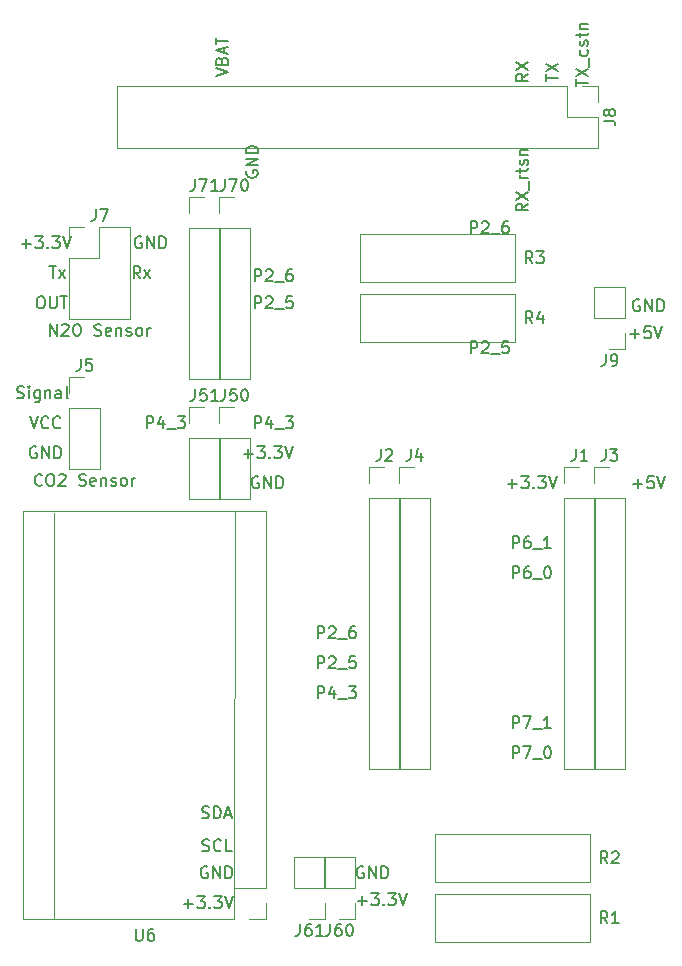
<source format=gbr>
%TF.GenerationSoftware,KiCad,Pcbnew,(5.1.10)-1*%
%TF.CreationDate,2022-04-15T10:12:12-07:00*%
%TF.ProjectId,SensorSuiteBoard,53656e73-6f72-4537-9569-7465426f6172,1.0*%
%TF.SameCoordinates,Original*%
%TF.FileFunction,Legend,Top*%
%TF.FilePolarity,Positive*%
%FSLAX46Y46*%
G04 Gerber Fmt 4.6, Leading zero omitted, Abs format (unit mm)*
G04 Created by KiCad (PCBNEW (5.1.10)-1) date 2022-04-15 10:12:12*
%MOMM*%
%LPD*%
G01*
G04 APERTURE LIST*
%ADD10C,0.150000*%
%ADD11C,0.120000*%
%ADD12O,1.700000X1.700000*%
%ADD13R,1.700000X1.700000*%
%ADD14C,3.500000*%
%ADD15C,2.000000*%
%ADD16O,1.600000X1.600000*%
%ADD17R,1.600000X1.600000*%
G04 APERTURE END LIST*
D10*
X173990095Y-45474000D02*
X173894857Y-45426380D01*
X173752000Y-45426380D01*
X173609142Y-45474000D01*
X173513904Y-45569238D01*
X173466285Y-45664476D01*
X173418666Y-45854952D01*
X173418666Y-45997809D01*
X173466285Y-46188285D01*
X173513904Y-46283523D01*
X173609142Y-46378761D01*
X173752000Y-46426380D01*
X173847238Y-46426380D01*
X173990095Y-46378761D01*
X174037714Y-46331142D01*
X174037714Y-45997809D01*
X173847238Y-45997809D01*
X174466285Y-46426380D02*
X174466285Y-45426380D01*
X175037714Y-46426380D01*
X175037714Y-45426380D01*
X175513904Y-46426380D02*
X175513904Y-45426380D01*
X175752000Y-45426380D01*
X175894857Y-45474000D01*
X175990095Y-45569238D01*
X176037714Y-45664476D01*
X176085333Y-45854952D01*
X176085333Y-45997809D01*
X176037714Y-46188285D01*
X175990095Y-46283523D01*
X175894857Y-46378761D01*
X175752000Y-46426380D01*
X175513904Y-46426380D01*
X122364666Y-55332380D02*
X122698000Y-56332380D01*
X123031333Y-55332380D01*
X123936095Y-56237142D02*
X123888476Y-56284761D01*
X123745619Y-56332380D01*
X123650380Y-56332380D01*
X123507523Y-56284761D01*
X123412285Y-56189523D01*
X123364666Y-56094285D01*
X123317047Y-55903809D01*
X123317047Y-55760952D01*
X123364666Y-55570476D01*
X123412285Y-55475238D01*
X123507523Y-55380000D01*
X123650380Y-55332380D01*
X123745619Y-55332380D01*
X123888476Y-55380000D01*
X123936095Y-55427619D01*
X124936095Y-56237142D02*
X124888476Y-56284761D01*
X124745619Y-56332380D01*
X124650380Y-56332380D01*
X124507523Y-56284761D01*
X124412285Y-56189523D01*
X124364666Y-56094285D01*
X124317047Y-55903809D01*
X124317047Y-55760952D01*
X124364666Y-55570476D01*
X124412285Y-55475238D01*
X124507523Y-55380000D01*
X124650380Y-55332380D01*
X124745619Y-55332380D01*
X124888476Y-55380000D01*
X124936095Y-55427619D01*
X173212285Y-48331428D02*
X173974190Y-48331428D01*
X173593238Y-48712380D02*
X173593238Y-47950476D01*
X174926571Y-47712380D02*
X174450380Y-47712380D01*
X174402761Y-48188571D01*
X174450380Y-48140952D01*
X174545619Y-48093333D01*
X174783714Y-48093333D01*
X174878952Y-48140952D01*
X174926571Y-48188571D01*
X174974190Y-48283809D01*
X174974190Y-48521904D01*
X174926571Y-48617142D01*
X174878952Y-48664761D01*
X174783714Y-48712380D01*
X174545619Y-48712380D01*
X174450380Y-48664761D01*
X174402761Y-48617142D01*
X175259904Y-47712380D02*
X175593238Y-48712380D01*
X175926571Y-47712380D01*
X136961714Y-89304761D02*
X137104571Y-89352380D01*
X137342666Y-89352380D01*
X137437904Y-89304761D01*
X137485523Y-89257142D01*
X137533142Y-89161904D01*
X137533142Y-89066666D01*
X137485523Y-88971428D01*
X137437904Y-88923809D01*
X137342666Y-88876190D01*
X137152190Y-88828571D01*
X137056952Y-88780952D01*
X137009333Y-88733333D01*
X136961714Y-88638095D01*
X136961714Y-88542857D01*
X137009333Y-88447619D01*
X137056952Y-88400000D01*
X137152190Y-88352380D01*
X137390285Y-88352380D01*
X137533142Y-88400000D01*
X137961714Y-89352380D02*
X137961714Y-88352380D01*
X138199809Y-88352380D01*
X138342666Y-88400000D01*
X138437904Y-88495238D01*
X138485523Y-88590476D01*
X138533142Y-88780952D01*
X138533142Y-88923809D01*
X138485523Y-89114285D01*
X138437904Y-89209523D01*
X138342666Y-89304761D01*
X138199809Y-89352380D01*
X137961714Y-89352380D01*
X138914095Y-89066666D02*
X139390285Y-89066666D01*
X138818857Y-89352380D02*
X139152190Y-88352380D01*
X139485523Y-89352380D01*
X136985523Y-92098761D02*
X137128380Y-92146380D01*
X137366476Y-92146380D01*
X137461714Y-92098761D01*
X137509333Y-92051142D01*
X137556952Y-91955904D01*
X137556952Y-91860666D01*
X137509333Y-91765428D01*
X137461714Y-91717809D01*
X137366476Y-91670190D01*
X137176000Y-91622571D01*
X137080761Y-91574952D01*
X137033142Y-91527333D01*
X136985523Y-91432095D01*
X136985523Y-91336857D01*
X137033142Y-91241619D01*
X137080761Y-91194000D01*
X137176000Y-91146380D01*
X137414095Y-91146380D01*
X137556952Y-91194000D01*
X138556952Y-92051142D02*
X138509333Y-92098761D01*
X138366476Y-92146380D01*
X138271238Y-92146380D01*
X138128380Y-92098761D01*
X138033142Y-92003523D01*
X137985523Y-91908285D01*
X137937904Y-91717809D01*
X137937904Y-91574952D01*
X137985523Y-91384476D01*
X138033142Y-91289238D01*
X138128380Y-91194000D01*
X138271238Y-91146380D01*
X138366476Y-91146380D01*
X138509333Y-91194000D01*
X138556952Y-91241619D01*
X139461714Y-92146380D02*
X138985523Y-92146380D01*
X138985523Y-91146380D01*
X135414000Y-96591428D02*
X136175904Y-96591428D01*
X135794952Y-96972380D02*
X135794952Y-96210476D01*
X136556857Y-95972380D02*
X137175904Y-95972380D01*
X136842571Y-96353333D01*
X136985428Y-96353333D01*
X137080666Y-96400952D01*
X137128285Y-96448571D01*
X137175904Y-96543809D01*
X137175904Y-96781904D01*
X137128285Y-96877142D01*
X137080666Y-96924761D01*
X136985428Y-96972380D01*
X136699714Y-96972380D01*
X136604476Y-96924761D01*
X136556857Y-96877142D01*
X137604476Y-96877142D02*
X137652095Y-96924761D01*
X137604476Y-96972380D01*
X137556857Y-96924761D01*
X137604476Y-96877142D01*
X137604476Y-96972380D01*
X137985428Y-95972380D02*
X138604476Y-95972380D01*
X138271142Y-96353333D01*
X138414000Y-96353333D01*
X138509238Y-96400952D01*
X138556857Y-96448571D01*
X138604476Y-96543809D01*
X138604476Y-96781904D01*
X138556857Y-96877142D01*
X138509238Y-96924761D01*
X138414000Y-96972380D01*
X138128285Y-96972380D01*
X138033047Y-96924761D01*
X137985428Y-96877142D01*
X138890190Y-95972380D02*
X139223523Y-96972380D01*
X139556857Y-95972380D01*
X150146000Y-96337428D02*
X150907904Y-96337428D01*
X150526952Y-96718380D02*
X150526952Y-95956476D01*
X151288857Y-95718380D02*
X151907904Y-95718380D01*
X151574571Y-96099333D01*
X151717428Y-96099333D01*
X151812666Y-96146952D01*
X151860285Y-96194571D01*
X151907904Y-96289809D01*
X151907904Y-96527904D01*
X151860285Y-96623142D01*
X151812666Y-96670761D01*
X151717428Y-96718380D01*
X151431714Y-96718380D01*
X151336476Y-96670761D01*
X151288857Y-96623142D01*
X152336476Y-96623142D02*
X152384095Y-96670761D01*
X152336476Y-96718380D01*
X152288857Y-96670761D01*
X152336476Y-96623142D01*
X152336476Y-96718380D01*
X152717428Y-95718380D02*
X153336476Y-95718380D01*
X153003142Y-96099333D01*
X153146000Y-96099333D01*
X153241238Y-96146952D01*
X153288857Y-96194571D01*
X153336476Y-96289809D01*
X153336476Y-96527904D01*
X153288857Y-96623142D01*
X153241238Y-96670761D01*
X153146000Y-96718380D01*
X152860285Y-96718380D01*
X152765047Y-96670761D01*
X152717428Y-96623142D01*
X153622190Y-95718380D02*
X153955523Y-96718380D01*
X154288857Y-95718380D01*
X164536380Y-26328666D02*
X164060190Y-26662000D01*
X164536380Y-26900095D02*
X163536380Y-26900095D01*
X163536380Y-26519142D01*
X163584000Y-26423904D01*
X163631619Y-26376285D01*
X163726857Y-26328666D01*
X163869714Y-26328666D01*
X163964952Y-26376285D01*
X164012571Y-26423904D01*
X164060190Y-26519142D01*
X164060190Y-26900095D01*
X163536380Y-25995333D02*
X164536380Y-25328666D01*
X163536380Y-25328666D02*
X164536380Y-25995333D01*
X166076380Y-26923904D02*
X166076380Y-26352476D01*
X167076380Y-26638190D02*
X166076380Y-26638190D01*
X166076380Y-26114380D02*
X167076380Y-25447714D01*
X166076380Y-25447714D02*
X167076380Y-26114380D01*
X164536380Y-37306000D02*
X164060190Y-37639333D01*
X164536380Y-37877428D02*
X163536380Y-37877428D01*
X163536380Y-37496476D01*
X163584000Y-37401238D01*
X163631619Y-37353619D01*
X163726857Y-37306000D01*
X163869714Y-37306000D01*
X163964952Y-37353619D01*
X164012571Y-37401238D01*
X164060190Y-37496476D01*
X164060190Y-37877428D01*
X163536380Y-36972666D02*
X164536380Y-36306000D01*
X163536380Y-36306000D02*
X164536380Y-36972666D01*
X164631619Y-36163142D02*
X164631619Y-35401238D01*
X164536380Y-35163142D02*
X163869714Y-35163142D01*
X164060190Y-35163142D02*
X163964952Y-35115523D01*
X163917333Y-35067904D01*
X163869714Y-34972666D01*
X163869714Y-34877428D01*
X163869714Y-34686952D02*
X163869714Y-34306000D01*
X163536380Y-34544095D02*
X164393523Y-34544095D01*
X164488761Y-34496476D01*
X164536380Y-34401238D01*
X164536380Y-34306000D01*
X164488761Y-34020285D02*
X164536380Y-33925047D01*
X164536380Y-33734571D01*
X164488761Y-33639333D01*
X164393523Y-33591714D01*
X164345904Y-33591714D01*
X164250666Y-33639333D01*
X164203047Y-33734571D01*
X164203047Y-33877428D01*
X164155428Y-33972666D01*
X164060190Y-34020285D01*
X164012571Y-34020285D01*
X163917333Y-33972666D01*
X163869714Y-33877428D01*
X163869714Y-33734571D01*
X163917333Y-33639333D01*
X163869714Y-33163142D02*
X164536380Y-33163142D01*
X163964952Y-33163142D02*
X163917333Y-33115523D01*
X163869714Y-33020285D01*
X163869714Y-32877428D01*
X163917333Y-32782190D01*
X164012571Y-32734571D01*
X164536380Y-32734571D01*
X138136380Y-26534857D02*
X139136380Y-26201523D01*
X138136380Y-25868190D01*
X138612571Y-25201523D02*
X138660190Y-25058666D01*
X138707809Y-25011047D01*
X138803047Y-24963428D01*
X138945904Y-24963428D01*
X139041142Y-25011047D01*
X139088761Y-25058666D01*
X139136380Y-25153904D01*
X139136380Y-25534857D01*
X138136380Y-25534857D01*
X138136380Y-25201523D01*
X138184000Y-25106285D01*
X138231619Y-25058666D01*
X138326857Y-25011047D01*
X138422095Y-25011047D01*
X138517333Y-25058666D01*
X138564952Y-25106285D01*
X138612571Y-25201523D01*
X138612571Y-25534857D01*
X138850666Y-24582476D02*
X138850666Y-24106285D01*
X139136380Y-24677714D02*
X138136380Y-24344380D01*
X139136380Y-24011047D01*
X138136380Y-23820571D02*
X138136380Y-23249142D01*
X139136380Y-23534857D02*
X138136380Y-23534857D01*
X140724000Y-34543904D02*
X140676380Y-34639142D01*
X140676380Y-34782000D01*
X140724000Y-34924857D01*
X140819238Y-35020095D01*
X140914476Y-35067714D01*
X141104952Y-35115333D01*
X141247809Y-35115333D01*
X141438285Y-35067714D01*
X141533523Y-35020095D01*
X141628761Y-34924857D01*
X141676380Y-34782000D01*
X141676380Y-34686761D01*
X141628761Y-34543904D01*
X141581142Y-34496285D01*
X141247809Y-34496285D01*
X141247809Y-34686761D01*
X141676380Y-34067714D02*
X140676380Y-34067714D01*
X141676380Y-33496285D01*
X140676380Y-33496285D01*
X141676380Y-33020095D02*
X140676380Y-33020095D01*
X140676380Y-32782000D01*
X140724000Y-32639142D01*
X140819238Y-32543904D01*
X140914476Y-32496285D01*
X141104952Y-32448666D01*
X141247809Y-32448666D01*
X141438285Y-32496285D01*
X141533523Y-32543904D01*
X141628761Y-32639142D01*
X141676380Y-32782000D01*
X141676380Y-33020095D01*
X168616380Y-27352285D02*
X168616380Y-26780857D01*
X169616380Y-27066571D02*
X168616380Y-27066571D01*
X168616380Y-26542761D02*
X169616380Y-25876095D01*
X168616380Y-25876095D02*
X169616380Y-26542761D01*
X169711619Y-25733238D02*
X169711619Y-24971333D01*
X169568761Y-24304666D02*
X169616380Y-24399904D01*
X169616380Y-24590380D01*
X169568761Y-24685619D01*
X169521142Y-24733238D01*
X169425904Y-24780857D01*
X169140190Y-24780857D01*
X169044952Y-24733238D01*
X168997333Y-24685619D01*
X168949714Y-24590380D01*
X168949714Y-24399904D01*
X168997333Y-24304666D01*
X169568761Y-23923714D02*
X169616380Y-23828476D01*
X169616380Y-23638000D01*
X169568761Y-23542761D01*
X169473523Y-23495142D01*
X169425904Y-23495142D01*
X169330666Y-23542761D01*
X169283047Y-23638000D01*
X169283047Y-23780857D01*
X169235428Y-23876095D01*
X169140190Y-23923714D01*
X169092571Y-23923714D01*
X168997333Y-23876095D01*
X168949714Y-23780857D01*
X168949714Y-23638000D01*
X168997333Y-23542761D01*
X168949714Y-23209428D02*
X168949714Y-22828476D01*
X168616380Y-23066571D02*
X169473523Y-23066571D01*
X169568761Y-23018952D01*
X169616380Y-22923714D01*
X169616380Y-22828476D01*
X168949714Y-22495142D02*
X169616380Y-22495142D01*
X169044952Y-22495142D02*
X168997333Y-22447523D01*
X168949714Y-22352285D01*
X168949714Y-22209428D01*
X168997333Y-22114190D01*
X169092571Y-22066571D01*
X169616380Y-22066571D01*
X137414095Y-93480000D02*
X137318857Y-93432380D01*
X137176000Y-93432380D01*
X137033142Y-93480000D01*
X136937904Y-93575238D01*
X136890285Y-93670476D01*
X136842666Y-93860952D01*
X136842666Y-94003809D01*
X136890285Y-94194285D01*
X136937904Y-94289523D01*
X137033142Y-94384761D01*
X137176000Y-94432380D01*
X137271238Y-94432380D01*
X137414095Y-94384761D01*
X137461714Y-94337142D01*
X137461714Y-94003809D01*
X137271238Y-94003809D01*
X137890285Y-94432380D02*
X137890285Y-93432380D01*
X138461714Y-94432380D01*
X138461714Y-93432380D01*
X138937904Y-94432380D02*
X138937904Y-93432380D01*
X139176000Y-93432380D01*
X139318857Y-93480000D01*
X139414095Y-93575238D01*
X139461714Y-93670476D01*
X139509333Y-93860952D01*
X139509333Y-94003809D01*
X139461714Y-94194285D01*
X139414095Y-94289523D01*
X139318857Y-94384761D01*
X139176000Y-94432380D01*
X138937904Y-94432380D01*
X150622095Y-93480000D02*
X150526857Y-93432380D01*
X150384000Y-93432380D01*
X150241142Y-93480000D01*
X150145904Y-93575238D01*
X150098285Y-93670476D01*
X150050666Y-93860952D01*
X150050666Y-94003809D01*
X150098285Y-94194285D01*
X150145904Y-94289523D01*
X150241142Y-94384761D01*
X150384000Y-94432380D01*
X150479238Y-94432380D01*
X150622095Y-94384761D01*
X150669714Y-94337142D01*
X150669714Y-94003809D01*
X150479238Y-94003809D01*
X151098285Y-94432380D02*
X151098285Y-93432380D01*
X151669714Y-94432380D01*
X151669714Y-93432380D01*
X152145904Y-94432380D02*
X152145904Y-93432380D01*
X152384000Y-93432380D01*
X152526857Y-93480000D01*
X152622095Y-93575238D01*
X152669714Y-93670476D01*
X152717333Y-93860952D01*
X152717333Y-94003809D01*
X152669714Y-94194285D01*
X152622095Y-94289523D01*
X152526857Y-94384761D01*
X152384000Y-94432380D01*
X152145904Y-94432380D01*
X141732095Y-60460000D02*
X141636857Y-60412380D01*
X141494000Y-60412380D01*
X141351142Y-60460000D01*
X141255904Y-60555238D01*
X141208285Y-60650476D01*
X141160666Y-60840952D01*
X141160666Y-60983809D01*
X141208285Y-61174285D01*
X141255904Y-61269523D01*
X141351142Y-61364761D01*
X141494000Y-61412380D01*
X141589238Y-61412380D01*
X141732095Y-61364761D01*
X141779714Y-61317142D01*
X141779714Y-60983809D01*
X141589238Y-60983809D01*
X142208285Y-61412380D02*
X142208285Y-60412380D01*
X142779714Y-61412380D01*
X142779714Y-60412380D01*
X143255904Y-61412380D02*
X143255904Y-60412380D01*
X143494000Y-60412380D01*
X143636857Y-60460000D01*
X143732095Y-60555238D01*
X143779714Y-60650476D01*
X143827333Y-60840952D01*
X143827333Y-60983809D01*
X143779714Y-61174285D01*
X143732095Y-61269523D01*
X143636857Y-61364761D01*
X143494000Y-61412380D01*
X143255904Y-61412380D01*
X140494000Y-58491428D02*
X141255904Y-58491428D01*
X140874952Y-58872380D02*
X140874952Y-58110476D01*
X141636857Y-57872380D02*
X142255904Y-57872380D01*
X141922571Y-58253333D01*
X142065428Y-58253333D01*
X142160666Y-58300952D01*
X142208285Y-58348571D01*
X142255904Y-58443809D01*
X142255904Y-58681904D01*
X142208285Y-58777142D01*
X142160666Y-58824761D01*
X142065428Y-58872380D01*
X141779714Y-58872380D01*
X141684476Y-58824761D01*
X141636857Y-58777142D01*
X142684476Y-58777142D02*
X142732095Y-58824761D01*
X142684476Y-58872380D01*
X142636857Y-58824761D01*
X142684476Y-58777142D01*
X142684476Y-58872380D01*
X143065428Y-57872380D02*
X143684476Y-57872380D01*
X143351142Y-58253333D01*
X143494000Y-58253333D01*
X143589238Y-58300952D01*
X143636857Y-58348571D01*
X143684476Y-58443809D01*
X143684476Y-58681904D01*
X143636857Y-58777142D01*
X143589238Y-58824761D01*
X143494000Y-58872380D01*
X143208285Y-58872380D01*
X143113047Y-58824761D01*
X143065428Y-58777142D01*
X143970190Y-57872380D02*
X144303523Y-58872380D01*
X144636857Y-57872380D01*
X122936095Y-57920000D02*
X122840857Y-57872380D01*
X122698000Y-57872380D01*
X122555142Y-57920000D01*
X122459904Y-58015238D01*
X122412285Y-58110476D01*
X122364666Y-58300952D01*
X122364666Y-58443809D01*
X122412285Y-58634285D01*
X122459904Y-58729523D01*
X122555142Y-58824761D01*
X122698000Y-58872380D01*
X122793238Y-58872380D01*
X122936095Y-58824761D01*
X122983714Y-58777142D01*
X122983714Y-58443809D01*
X122793238Y-58443809D01*
X123412285Y-58872380D02*
X123412285Y-57872380D01*
X123983714Y-58872380D01*
X123983714Y-57872380D01*
X124459904Y-58872380D02*
X124459904Y-57872380D01*
X124698000Y-57872380D01*
X124840857Y-57920000D01*
X124936095Y-58015238D01*
X124983714Y-58110476D01*
X125031333Y-58300952D01*
X125031333Y-58443809D01*
X124983714Y-58634285D01*
X124936095Y-58729523D01*
X124840857Y-58824761D01*
X124698000Y-58872380D01*
X124459904Y-58872380D01*
X121301142Y-53744761D02*
X121444000Y-53792380D01*
X121682095Y-53792380D01*
X121777333Y-53744761D01*
X121824952Y-53697142D01*
X121872571Y-53601904D01*
X121872571Y-53506666D01*
X121824952Y-53411428D01*
X121777333Y-53363809D01*
X121682095Y-53316190D01*
X121491619Y-53268571D01*
X121396380Y-53220952D01*
X121348761Y-53173333D01*
X121301142Y-53078095D01*
X121301142Y-52982857D01*
X121348761Y-52887619D01*
X121396380Y-52840000D01*
X121491619Y-52792380D01*
X121729714Y-52792380D01*
X121872571Y-52840000D01*
X122301142Y-53792380D02*
X122301142Y-53125714D01*
X122301142Y-52792380D02*
X122253523Y-52840000D01*
X122301142Y-52887619D01*
X122348761Y-52840000D01*
X122301142Y-52792380D01*
X122301142Y-52887619D01*
X123205904Y-53125714D02*
X123205904Y-53935238D01*
X123158285Y-54030476D01*
X123110666Y-54078095D01*
X123015428Y-54125714D01*
X122872571Y-54125714D01*
X122777333Y-54078095D01*
X123205904Y-53744761D02*
X123110666Y-53792380D01*
X122920190Y-53792380D01*
X122824952Y-53744761D01*
X122777333Y-53697142D01*
X122729714Y-53601904D01*
X122729714Y-53316190D01*
X122777333Y-53220952D01*
X122824952Y-53173333D01*
X122920190Y-53125714D01*
X123110666Y-53125714D01*
X123205904Y-53173333D01*
X123682095Y-53125714D02*
X123682095Y-53792380D01*
X123682095Y-53220952D02*
X123729714Y-53173333D01*
X123824952Y-53125714D01*
X123967809Y-53125714D01*
X124063047Y-53173333D01*
X124110666Y-53268571D01*
X124110666Y-53792380D01*
X125015428Y-53792380D02*
X125015428Y-53268571D01*
X124967809Y-53173333D01*
X124872571Y-53125714D01*
X124682095Y-53125714D01*
X124586857Y-53173333D01*
X125015428Y-53744761D02*
X124920190Y-53792380D01*
X124682095Y-53792380D01*
X124586857Y-53744761D01*
X124539238Y-53649523D01*
X124539238Y-53554285D01*
X124586857Y-53459047D01*
X124682095Y-53411428D01*
X124920190Y-53411428D01*
X125015428Y-53363809D01*
X125634476Y-53792380D02*
X125539238Y-53744761D01*
X125491619Y-53649523D01*
X125491619Y-52792380D01*
X131826095Y-40140000D02*
X131730857Y-40092380D01*
X131588000Y-40092380D01*
X131445142Y-40140000D01*
X131349904Y-40235238D01*
X131302285Y-40330476D01*
X131254666Y-40520952D01*
X131254666Y-40663809D01*
X131302285Y-40854285D01*
X131349904Y-40949523D01*
X131445142Y-41044761D01*
X131588000Y-41092380D01*
X131683238Y-41092380D01*
X131826095Y-41044761D01*
X131873714Y-40997142D01*
X131873714Y-40663809D01*
X131683238Y-40663809D01*
X132302285Y-41092380D02*
X132302285Y-40092380D01*
X132873714Y-41092380D01*
X132873714Y-40092380D01*
X133349904Y-41092380D02*
X133349904Y-40092380D01*
X133588000Y-40092380D01*
X133730857Y-40140000D01*
X133826095Y-40235238D01*
X133873714Y-40330476D01*
X133921333Y-40520952D01*
X133921333Y-40663809D01*
X133873714Y-40854285D01*
X133826095Y-40949523D01*
X133730857Y-41044761D01*
X133588000Y-41092380D01*
X133349904Y-41092380D01*
X121698000Y-40711428D02*
X122459904Y-40711428D01*
X122078952Y-41092380D02*
X122078952Y-40330476D01*
X122840857Y-40092380D02*
X123459904Y-40092380D01*
X123126571Y-40473333D01*
X123269428Y-40473333D01*
X123364666Y-40520952D01*
X123412285Y-40568571D01*
X123459904Y-40663809D01*
X123459904Y-40901904D01*
X123412285Y-40997142D01*
X123364666Y-41044761D01*
X123269428Y-41092380D01*
X122983714Y-41092380D01*
X122888476Y-41044761D01*
X122840857Y-40997142D01*
X123888476Y-40997142D02*
X123936095Y-41044761D01*
X123888476Y-41092380D01*
X123840857Y-41044761D01*
X123888476Y-40997142D01*
X123888476Y-41092380D01*
X124269428Y-40092380D02*
X124888476Y-40092380D01*
X124555142Y-40473333D01*
X124698000Y-40473333D01*
X124793238Y-40520952D01*
X124840857Y-40568571D01*
X124888476Y-40663809D01*
X124888476Y-40901904D01*
X124840857Y-40997142D01*
X124793238Y-41044761D01*
X124698000Y-41092380D01*
X124412285Y-41092380D01*
X124317047Y-41044761D01*
X124269428Y-40997142D01*
X125174190Y-40092380D02*
X125507523Y-41092380D01*
X125840857Y-40092380D01*
X123206000Y-45172380D02*
X123396476Y-45172380D01*
X123491714Y-45220000D01*
X123586952Y-45315238D01*
X123634571Y-45505714D01*
X123634571Y-45839047D01*
X123586952Y-46029523D01*
X123491714Y-46124761D01*
X123396476Y-46172380D01*
X123206000Y-46172380D01*
X123110761Y-46124761D01*
X123015523Y-46029523D01*
X122967904Y-45839047D01*
X122967904Y-45505714D01*
X123015523Y-45315238D01*
X123110761Y-45220000D01*
X123206000Y-45172380D01*
X124063142Y-45172380D02*
X124063142Y-45981904D01*
X124110761Y-46077142D01*
X124158380Y-46124761D01*
X124253619Y-46172380D01*
X124444095Y-46172380D01*
X124539333Y-46124761D01*
X124586952Y-46077142D01*
X124634571Y-45981904D01*
X124634571Y-45172380D01*
X124967904Y-45172380D02*
X125539333Y-45172380D01*
X125253619Y-46172380D02*
X125253619Y-45172380D01*
X131730761Y-43632380D02*
X131397428Y-43156190D01*
X131159333Y-43632380D02*
X131159333Y-42632380D01*
X131540285Y-42632380D01*
X131635523Y-42680000D01*
X131683142Y-42727619D01*
X131730761Y-42822857D01*
X131730761Y-42965714D01*
X131683142Y-43060952D01*
X131635523Y-43108571D01*
X131540285Y-43156190D01*
X131159333Y-43156190D01*
X132064095Y-43632380D02*
X132587904Y-42965714D01*
X132064095Y-42965714D02*
X132587904Y-43632380D01*
X124023523Y-42632380D02*
X124594952Y-42632380D01*
X124309238Y-43632380D02*
X124309238Y-42632380D01*
X124833047Y-43632380D02*
X125356857Y-42965714D01*
X124833047Y-42965714D02*
X125356857Y-43632380D01*
X141406761Y-43886380D02*
X141406761Y-42886380D01*
X141787714Y-42886380D01*
X141882952Y-42934000D01*
X141930571Y-42981619D01*
X141978190Y-43076857D01*
X141978190Y-43219714D01*
X141930571Y-43314952D01*
X141882952Y-43362571D01*
X141787714Y-43410190D01*
X141406761Y-43410190D01*
X142359142Y-42981619D02*
X142406761Y-42934000D01*
X142502000Y-42886380D01*
X142740095Y-42886380D01*
X142835333Y-42934000D01*
X142882952Y-42981619D01*
X142930571Y-43076857D01*
X142930571Y-43172095D01*
X142882952Y-43314952D01*
X142311523Y-43886380D01*
X142930571Y-43886380D01*
X143121047Y-43981619D02*
X143882952Y-43981619D01*
X144549619Y-42886380D02*
X144359142Y-42886380D01*
X144263904Y-42934000D01*
X144216285Y-42981619D01*
X144121047Y-43124476D01*
X144073428Y-43314952D01*
X144073428Y-43695904D01*
X144121047Y-43791142D01*
X144168666Y-43838761D01*
X144263904Y-43886380D01*
X144454380Y-43886380D01*
X144549619Y-43838761D01*
X144597238Y-43791142D01*
X144644857Y-43695904D01*
X144644857Y-43457809D01*
X144597238Y-43362571D01*
X144549619Y-43314952D01*
X144454380Y-43267333D01*
X144263904Y-43267333D01*
X144168666Y-43314952D01*
X144121047Y-43362571D01*
X144073428Y-43457809D01*
X141406761Y-46172380D02*
X141406761Y-45172380D01*
X141787714Y-45172380D01*
X141882952Y-45220000D01*
X141930571Y-45267619D01*
X141978190Y-45362857D01*
X141978190Y-45505714D01*
X141930571Y-45600952D01*
X141882952Y-45648571D01*
X141787714Y-45696190D01*
X141406761Y-45696190D01*
X142359142Y-45267619D02*
X142406761Y-45220000D01*
X142502000Y-45172380D01*
X142740095Y-45172380D01*
X142835333Y-45220000D01*
X142882952Y-45267619D01*
X142930571Y-45362857D01*
X142930571Y-45458095D01*
X142882952Y-45600952D01*
X142311523Y-46172380D01*
X142930571Y-46172380D01*
X143121047Y-46267619D02*
X143882952Y-46267619D01*
X144597238Y-45172380D02*
X144121047Y-45172380D01*
X144073428Y-45648571D01*
X144121047Y-45600952D01*
X144216285Y-45553333D01*
X144454380Y-45553333D01*
X144549619Y-45600952D01*
X144597238Y-45648571D01*
X144644857Y-45743809D01*
X144644857Y-45981904D01*
X144597238Y-46077142D01*
X144549619Y-46124761D01*
X144454380Y-46172380D01*
X144216285Y-46172380D01*
X144121047Y-46124761D01*
X144073428Y-46077142D01*
X159694761Y-39822380D02*
X159694761Y-38822380D01*
X160075714Y-38822380D01*
X160170952Y-38870000D01*
X160218571Y-38917619D01*
X160266190Y-39012857D01*
X160266190Y-39155714D01*
X160218571Y-39250952D01*
X160170952Y-39298571D01*
X160075714Y-39346190D01*
X159694761Y-39346190D01*
X160647142Y-38917619D02*
X160694761Y-38870000D01*
X160790000Y-38822380D01*
X161028095Y-38822380D01*
X161123333Y-38870000D01*
X161170952Y-38917619D01*
X161218571Y-39012857D01*
X161218571Y-39108095D01*
X161170952Y-39250952D01*
X160599523Y-39822380D01*
X161218571Y-39822380D01*
X161409047Y-39917619D02*
X162170952Y-39917619D01*
X162837619Y-38822380D02*
X162647142Y-38822380D01*
X162551904Y-38870000D01*
X162504285Y-38917619D01*
X162409047Y-39060476D01*
X162361428Y-39250952D01*
X162361428Y-39631904D01*
X162409047Y-39727142D01*
X162456666Y-39774761D01*
X162551904Y-39822380D01*
X162742380Y-39822380D01*
X162837619Y-39774761D01*
X162885238Y-39727142D01*
X162932857Y-39631904D01*
X162932857Y-39393809D01*
X162885238Y-39298571D01*
X162837619Y-39250952D01*
X162742380Y-39203333D01*
X162551904Y-39203333D01*
X162456666Y-39250952D01*
X162409047Y-39298571D01*
X162361428Y-39393809D01*
X159694761Y-49982380D02*
X159694761Y-48982380D01*
X160075714Y-48982380D01*
X160170952Y-49030000D01*
X160218571Y-49077619D01*
X160266190Y-49172857D01*
X160266190Y-49315714D01*
X160218571Y-49410952D01*
X160170952Y-49458571D01*
X160075714Y-49506190D01*
X159694761Y-49506190D01*
X160647142Y-49077619D02*
X160694761Y-49030000D01*
X160790000Y-48982380D01*
X161028095Y-48982380D01*
X161123333Y-49030000D01*
X161170952Y-49077619D01*
X161218571Y-49172857D01*
X161218571Y-49268095D01*
X161170952Y-49410952D01*
X160599523Y-49982380D01*
X161218571Y-49982380D01*
X161409047Y-50077619D02*
X162170952Y-50077619D01*
X162885238Y-48982380D02*
X162409047Y-48982380D01*
X162361428Y-49458571D01*
X162409047Y-49410952D01*
X162504285Y-49363333D01*
X162742380Y-49363333D01*
X162837619Y-49410952D01*
X162885238Y-49458571D01*
X162932857Y-49553809D01*
X162932857Y-49791904D01*
X162885238Y-49887142D01*
X162837619Y-49934761D01*
X162742380Y-49982380D01*
X162504285Y-49982380D01*
X162409047Y-49934761D01*
X162361428Y-49887142D01*
X132262761Y-56332380D02*
X132262761Y-55332380D01*
X132643714Y-55332380D01*
X132738952Y-55380000D01*
X132786571Y-55427619D01*
X132834190Y-55522857D01*
X132834190Y-55665714D01*
X132786571Y-55760952D01*
X132738952Y-55808571D01*
X132643714Y-55856190D01*
X132262761Y-55856190D01*
X133691333Y-55665714D02*
X133691333Y-56332380D01*
X133453238Y-55284761D02*
X133215142Y-55999047D01*
X133834190Y-55999047D01*
X133977047Y-56427619D02*
X134738952Y-56427619D01*
X134881809Y-55332380D02*
X135500857Y-55332380D01*
X135167523Y-55713333D01*
X135310380Y-55713333D01*
X135405619Y-55760952D01*
X135453238Y-55808571D01*
X135500857Y-55903809D01*
X135500857Y-56141904D01*
X135453238Y-56237142D01*
X135405619Y-56284761D01*
X135310380Y-56332380D01*
X135024666Y-56332380D01*
X134929428Y-56284761D01*
X134881809Y-56237142D01*
X141406761Y-56332380D02*
X141406761Y-55332380D01*
X141787714Y-55332380D01*
X141882952Y-55380000D01*
X141930571Y-55427619D01*
X141978190Y-55522857D01*
X141978190Y-55665714D01*
X141930571Y-55760952D01*
X141882952Y-55808571D01*
X141787714Y-55856190D01*
X141406761Y-55856190D01*
X142835333Y-55665714D02*
X142835333Y-56332380D01*
X142597238Y-55284761D02*
X142359142Y-55999047D01*
X142978190Y-55999047D01*
X143121047Y-56427619D02*
X143882952Y-56427619D01*
X144025809Y-55332380D02*
X144644857Y-55332380D01*
X144311523Y-55713333D01*
X144454380Y-55713333D01*
X144549619Y-55760952D01*
X144597238Y-55808571D01*
X144644857Y-55903809D01*
X144644857Y-56141904D01*
X144597238Y-56237142D01*
X144549619Y-56284761D01*
X144454380Y-56332380D01*
X144168666Y-56332380D01*
X144073428Y-56284761D01*
X144025809Y-56237142D01*
X146740761Y-74112380D02*
X146740761Y-73112380D01*
X147121714Y-73112380D01*
X147216952Y-73160000D01*
X147264571Y-73207619D01*
X147312190Y-73302857D01*
X147312190Y-73445714D01*
X147264571Y-73540952D01*
X147216952Y-73588571D01*
X147121714Y-73636190D01*
X146740761Y-73636190D01*
X147693142Y-73207619D02*
X147740761Y-73160000D01*
X147836000Y-73112380D01*
X148074095Y-73112380D01*
X148169333Y-73160000D01*
X148216952Y-73207619D01*
X148264571Y-73302857D01*
X148264571Y-73398095D01*
X148216952Y-73540952D01*
X147645523Y-74112380D01*
X148264571Y-74112380D01*
X148455047Y-74207619D02*
X149216952Y-74207619D01*
X149883619Y-73112380D02*
X149693142Y-73112380D01*
X149597904Y-73160000D01*
X149550285Y-73207619D01*
X149455047Y-73350476D01*
X149407428Y-73540952D01*
X149407428Y-73921904D01*
X149455047Y-74017142D01*
X149502666Y-74064761D01*
X149597904Y-74112380D01*
X149788380Y-74112380D01*
X149883619Y-74064761D01*
X149931238Y-74017142D01*
X149978857Y-73921904D01*
X149978857Y-73683809D01*
X149931238Y-73588571D01*
X149883619Y-73540952D01*
X149788380Y-73493333D01*
X149597904Y-73493333D01*
X149502666Y-73540952D01*
X149455047Y-73588571D01*
X149407428Y-73683809D01*
X146740761Y-76652380D02*
X146740761Y-75652380D01*
X147121714Y-75652380D01*
X147216952Y-75700000D01*
X147264571Y-75747619D01*
X147312190Y-75842857D01*
X147312190Y-75985714D01*
X147264571Y-76080952D01*
X147216952Y-76128571D01*
X147121714Y-76176190D01*
X146740761Y-76176190D01*
X147693142Y-75747619D02*
X147740761Y-75700000D01*
X147836000Y-75652380D01*
X148074095Y-75652380D01*
X148169333Y-75700000D01*
X148216952Y-75747619D01*
X148264571Y-75842857D01*
X148264571Y-75938095D01*
X148216952Y-76080952D01*
X147645523Y-76652380D01*
X148264571Y-76652380D01*
X148455047Y-76747619D02*
X149216952Y-76747619D01*
X149931238Y-75652380D02*
X149455047Y-75652380D01*
X149407428Y-76128571D01*
X149455047Y-76080952D01*
X149550285Y-76033333D01*
X149788380Y-76033333D01*
X149883619Y-76080952D01*
X149931238Y-76128571D01*
X149978857Y-76223809D01*
X149978857Y-76461904D01*
X149931238Y-76557142D01*
X149883619Y-76604761D01*
X149788380Y-76652380D01*
X149550285Y-76652380D01*
X149455047Y-76604761D01*
X149407428Y-76557142D01*
X146740761Y-79192380D02*
X146740761Y-78192380D01*
X147121714Y-78192380D01*
X147216952Y-78240000D01*
X147264571Y-78287619D01*
X147312190Y-78382857D01*
X147312190Y-78525714D01*
X147264571Y-78620952D01*
X147216952Y-78668571D01*
X147121714Y-78716190D01*
X146740761Y-78716190D01*
X148169333Y-78525714D02*
X148169333Y-79192380D01*
X147931238Y-78144761D02*
X147693142Y-78859047D01*
X148312190Y-78859047D01*
X148455047Y-79287619D02*
X149216952Y-79287619D01*
X149359809Y-78192380D02*
X149978857Y-78192380D01*
X149645523Y-78573333D01*
X149788380Y-78573333D01*
X149883619Y-78620952D01*
X149931238Y-78668571D01*
X149978857Y-78763809D01*
X149978857Y-79001904D01*
X149931238Y-79097142D01*
X149883619Y-79144761D01*
X149788380Y-79192380D01*
X149502666Y-79192380D01*
X149407428Y-79144761D01*
X149359809Y-79097142D01*
X163250761Y-84272380D02*
X163250761Y-83272380D01*
X163631714Y-83272380D01*
X163726952Y-83320000D01*
X163774571Y-83367619D01*
X163822190Y-83462857D01*
X163822190Y-83605714D01*
X163774571Y-83700952D01*
X163726952Y-83748571D01*
X163631714Y-83796190D01*
X163250761Y-83796190D01*
X164155523Y-83272380D02*
X164822190Y-83272380D01*
X164393619Y-84272380D01*
X164965047Y-84367619D02*
X165726952Y-84367619D01*
X166155523Y-83272380D02*
X166250761Y-83272380D01*
X166346000Y-83320000D01*
X166393619Y-83367619D01*
X166441238Y-83462857D01*
X166488857Y-83653333D01*
X166488857Y-83891428D01*
X166441238Y-84081904D01*
X166393619Y-84177142D01*
X166346000Y-84224761D01*
X166250761Y-84272380D01*
X166155523Y-84272380D01*
X166060285Y-84224761D01*
X166012666Y-84177142D01*
X165965047Y-84081904D01*
X165917428Y-83891428D01*
X165917428Y-83653333D01*
X165965047Y-83462857D01*
X166012666Y-83367619D01*
X166060285Y-83320000D01*
X166155523Y-83272380D01*
X163250761Y-81732380D02*
X163250761Y-80732380D01*
X163631714Y-80732380D01*
X163726952Y-80780000D01*
X163774571Y-80827619D01*
X163822190Y-80922857D01*
X163822190Y-81065714D01*
X163774571Y-81160952D01*
X163726952Y-81208571D01*
X163631714Y-81256190D01*
X163250761Y-81256190D01*
X164155523Y-80732380D02*
X164822190Y-80732380D01*
X164393619Y-81732380D01*
X164965047Y-81827619D02*
X165726952Y-81827619D01*
X166488857Y-81732380D02*
X165917428Y-81732380D01*
X166203142Y-81732380D02*
X166203142Y-80732380D01*
X166107904Y-80875238D01*
X166012666Y-80970476D01*
X165917428Y-81018095D01*
X163250761Y-69032380D02*
X163250761Y-68032380D01*
X163631714Y-68032380D01*
X163726952Y-68080000D01*
X163774571Y-68127619D01*
X163822190Y-68222857D01*
X163822190Y-68365714D01*
X163774571Y-68460952D01*
X163726952Y-68508571D01*
X163631714Y-68556190D01*
X163250761Y-68556190D01*
X164679333Y-68032380D02*
X164488857Y-68032380D01*
X164393619Y-68080000D01*
X164346000Y-68127619D01*
X164250761Y-68270476D01*
X164203142Y-68460952D01*
X164203142Y-68841904D01*
X164250761Y-68937142D01*
X164298380Y-68984761D01*
X164393619Y-69032380D01*
X164584095Y-69032380D01*
X164679333Y-68984761D01*
X164726952Y-68937142D01*
X164774571Y-68841904D01*
X164774571Y-68603809D01*
X164726952Y-68508571D01*
X164679333Y-68460952D01*
X164584095Y-68413333D01*
X164393619Y-68413333D01*
X164298380Y-68460952D01*
X164250761Y-68508571D01*
X164203142Y-68603809D01*
X164965047Y-69127619D02*
X165726952Y-69127619D01*
X166155523Y-68032380D02*
X166250761Y-68032380D01*
X166346000Y-68080000D01*
X166393619Y-68127619D01*
X166441238Y-68222857D01*
X166488857Y-68413333D01*
X166488857Y-68651428D01*
X166441238Y-68841904D01*
X166393619Y-68937142D01*
X166346000Y-68984761D01*
X166250761Y-69032380D01*
X166155523Y-69032380D01*
X166060285Y-68984761D01*
X166012666Y-68937142D01*
X165965047Y-68841904D01*
X165917428Y-68651428D01*
X165917428Y-68413333D01*
X165965047Y-68222857D01*
X166012666Y-68127619D01*
X166060285Y-68080000D01*
X166155523Y-68032380D01*
X163250761Y-66492380D02*
X163250761Y-65492380D01*
X163631714Y-65492380D01*
X163726952Y-65540000D01*
X163774571Y-65587619D01*
X163822190Y-65682857D01*
X163822190Y-65825714D01*
X163774571Y-65920952D01*
X163726952Y-65968571D01*
X163631714Y-66016190D01*
X163250761Y-66016190D01*
X164679333Y-65492380D02*
X164488857Y-65492380D01*
X164393619Y-65540000D01*
X164346000Y-65587619D01*
X164250761Y-65730476D01*
X164203142Y-65920952D01*
X164203142Y-66301904D01*
X164250761Y-66397142D01*
X164298380Y-66444761D01*
X164393619Y-66492380D01*
X164584095Y-66492380D01*
X164679333Y-66444761D01*
X164726952Y-66397142D01*
X164774571Y-66301904D01*
X164774571Y-66063809D01*
X164726952Y-65968571D01*
X164679333Y-65920952D01*
X164584095Y-65873333D01*
X164393619Y-65873333D01*
X164298380Y-65920952D01*
X164250761Y-65968571D01*
X164203142Y-66063809D01*
X164965047Y-66587619D02*
X165726952Y-66587619D01*
X166488857Y-66492380D02*
X165917428Y-66492380D01*
X166203142Y-66492380D02*
X166203142Y-65492380D01*
X166107904Y-65635238D01*
X166012666Y-65730476D01*
X165917428Y-65778095D01*
X173466285Y-61031428D02*
X174228190Y-61031428D01*
X173847238Y-61412380D02*
X173847238Y-60650476D01*
X175180571Y-60412380D02*
X174704380Y-60412380D01*
X174656761Y-60888571D01*
X174704380Y-60840952D01*
X174799619Y-60793333D01*
X175037714Y-60793333D01*
X175132952Y-60840952D01*
X175180571Y-60888571D01*
X175228190Y-60983809D01*
X175228190Y-61221904D01*
X175180571Y-61317142D01*
X175132952Y-61364761D01*
X175037714Y-61412380D01*
X174799619Y-61412380D01*
X174704380Y-61364761D01*
X174656761Y-61317142D01*
X175513904Y-60412380D02*
X175847238Y-61412380D01*
X176180571Y-60412380D01*
X162846000Y-61031428D02*
X163607904Y-61031428D01*
X163226952Y-61412380D02*
X163226952Y-60650476D01*
X163988857Y-60412380D02*
X164607904Y-60412380D01*
X164274571Y-60793333D01*
X164417428Y-60793333D01*
X164512666Y-60840952D01*
X164560285Y-60888571D01*
X164607904Y-60983809D01*
X164607904Y-61221904D01*
X164560285Y-61317142D01*
X164512666Y-61364761D01*
X164417428Y-61412380D01*
X164131714Y-61412380D01*
X164036476Y-61364761D01*
X163988857Y-61317142D01*
X165036476Y-61317142D02*
X165084095Y-61364761D01*
X165036476Y-61412380D01*
X164988857Y-61364761D01*
X165036476Y-61317142D01*
X165036476Y-61412380D01*
X165417428Y-60412380D02*
X166036476Y-60412380D01*
X165703142Y-60793333D01*
X165846000Y-60793333D01*
X165941238Y-60840952D01*
X165988857Y-60888571D01*
X166036476Y-60983809D01*
X166036476Y-61221904D01*
X165988857Y-61317142D01*
X165941238Y-61364761D01*
X165846000Y-61412380D01*
X165560285Y-61412380D01*
X165465047Y-61364761D01*
X165417428Y-61317142D01*
X166322190Y-60412380D02*
X166655523Y-61412380D01*
X166988857Y-60412380D01*
D11*
%TO.C,J3*%
X170120000Y-59630000D02*
X171450000Y-59630000D01*
X170120000Y-60960000D02*
X170120000Y-59630000D01*
X170120000Y-62230000D02*
X172780000Y-62230000D01*
X172780000Y-62230000D02*
X172780000Y-85150000D01*
X170120000Y-62230000D02*
X170120000Y-85150000D01*
X170120000Y-85150000D02*
X172780000Y-85150000D01*
%TO.C,J8*%
X129734000Y-27372000D02*
X129734000Y-32572000D01*
X167894000Y-27372000D02*
X129734000Y-27372000D01*
X170494000Y-32572000D02*
X129734000Y-32572000D01*
X167894000Y-27372000D02*
X167894000Y-29972000D01*
X167894000Y-29972000D02*
X170494000Y-29972000D01*
X170494000Y-29972000D02*
X170494000Y-32572000D01*
X169164000Y-27372000D02*
X170494000Y-27372000D01*
X170494000Y-27372000D02*
X170494000Y-28702000D01*
%TO.C,J7*%
X125670000Y-47050000D02*
X130870000Y-47050000D01*
X125670000Y-41910000D02*
X125670000Y-47050000D01*
X130870000Y-39310000D02*
X130870000Y-47050000D01*
X125670000Y-41910000D02*
X128270000Y-41910000D01*
X128270000Y-41910000D02*
X128270000Y-39310000D01*
X128270000Y-39310000D02*
X130870000Y-39310000D01*
X125670000Y-40640000D02*
X125670000Y-39310000D01*
X125670000Y-39310000D02*
X127000000Y-39310000D01*
%TO.C,J5*%
X125670000Y-59750000D02*
X128330000Y-59750000D01*
X125670000Y-54610000D02*
X125670000Y-59750000D01*
X128330000Y-54610000D02*
X128330000Y-59750000D01*
X125670000Y-54610000D02*
X128330000Y-54610000D01*
X125670000Y-53340000D02*
X125670000Y-52010000D01*
X125670000Y-52010000D02*
X127000000Y-52010000D01*
%TO.C,J70*%
X138370000Y-52130000D02*
X141030000Y-52130000D01*
X138370000Y-39370000D02*
X138370000Y-52130000D01*
X141030000Y-39370000D02*
X141030000Y-52130000D01*
X138370000Y-39370000D02*
X141030000Y-39370000D01*
X138370000Y-38100000D02*
X138370000Y-36770000D01*
X138370000Y-36770000D02*
X139700000Y-36770000D01*
%TO.C,J71*%
X135830000Y-36770000D02*
X137160000Y-36770000D01*
X135830000Y-38100000D02*
X135830000Y-36770000D01*
X135830000Y-39370000D02*
X138490000Y-39370000D01*
X138490000Y-39370000D02*
X138490000Y-52130000D01*
X135830000Y-39370000D02*
X135830000Y-52130000D01*
X135830000Y-52130000D02*
X138490000Y-52130000D01*
%TO.C,J50*%
X138370000Y-62290000D02*
X141030000Y-62290000D01*
X138370000Y-57150000D02*
X138370000Y-62290000D01*
X141030000Y-57150000D02*
X141030000Y-62290000D01*
X138370000Y-57150000D02*
X141030000Y-57150000D01*
X138370000Y-55880000D02*
X138370000Y-54550000D01*
X138370000Y-54550000D02*
X139700000Y-54550000D01*
%TO.C,J51*%
X135830000Y-54550000D02*
X137160000Y-54550000D01*
X135830000Y-55880000D02*
X135830000Y-54550000D01*
X135830000Y-57150000D02*
X138490000Y-57150000D01*
X138490000Y-57150000D02*
X138490000Y-62290000D01*
X135830000Y-57150000D02*
X135830000Y-62290000D01*
X135830000Y-62290000D02*
X138490000Y-62290000D01*
%TO.C,J60*%
X149920000Y-97850000D02*
X148590000Y-97850000D01*
X149920000Y-96520000D02*
X149920000Y-97850000D01*
X149920000Y-95250000D02*
X147260000Y-95250000D01*
X147260000Y-95250000D02*
X147260000Y-92650000D01*
X149920000Y-95250000D02*
X149920000Y-92650000D01*
X149920000Y-92650000D02*
X147260000Y-92650000D01*
%TO.C,J61*%
X147380000Y-92650000D02*
X144720000Y-92650000D01*
X147380000Y-95250000D02*
X147380000Y-92650000D01*
X144720000Y-95250000D02*
X144720000Y-92650000D01*
X147380000Y-95250000D02*
X144720000Y-95250000D01*
X147380000Y-96520000D02*
X147380000Y-97850000D01*
X147380000Y-97850000D02*
X146050000Y-97850000D01*
%TO.C,R1*%
X169810000Y-95730000D02*
X169810000Y-99850000D01*
X156690000Y-95730000D02*
X156690000Y-99850000D01*
X156690000Y-99850000D02*
X169810000Y-99850000D01*
X156690000Y-95730000D02*
X169810000Y-95730000D01*
%TO.C,R2*%
X156690000Y-90650000D02*
X169810000Y-90650000D01*
X156690000Y-94770000D02*
X169810000Y-94770000D01*
X156690000Y-90650000D02*
X156690000Y-94770000D01*
X169810000Y-90650000D02*
X169810000Y-94770000D01*
%TO.C,R3*%
X163460000Y-39850000D02*
X163460000Y-43970000D01*
X150340000Y-39850000D02*
X150340000Y-43970000D01*
X150340000Y-43970000D02*
X163460000Y-43970000D01*
X150340000Y-39850000D02*
X163460000Y-39850000D01*
%TO.C,R4*%
X150340000Y-44930000D02*
X163460000Y-44930000D01*
X150340000Y-49050000D02*
X163460000Y-49050000D01*
X150340000Y-44930000D02*
X150340000Y-49050000D01*
X163460000Y-44930000D02*
X163460000Y-49050000D01*
%TO.C,U6*%
X121793000Y-97920000D02*
X139700000Y-97920000D01*
X121790000Y-63373000D02*
X121790000Y-97920000D01*
X142370000Y-63370000D02*
X121790000Y-63370000D01*
X142370000Y-95250000D02*
X142346680Y-63370460D01*
X139700000Y-95250000D02*
X142370000Y-95250000D01*
X139700000Y-97920000D02*
X139700000Y-95250000D01*
X142370000Y-97920000D02*
X142370000Y-96520000D01*
X140970000Y-97920000D02*
X142370000Y-97920000D01*
X139700000Y-95250000D02*
X139720320Y-63385700D01*
X124460000Y-97920000D02*
X124460000Y-63525400D01*
%TO.C,J1*%
X167580000Y-85150000D02*
X170240000Y-85150000D01*
X167580000Y-62230000D02*
X167580000Y-85150000D01*
X170240000Y-62230000D02*
X170240000Y-85150000D01*
X167580000Y-62230000D02*
X170240000Y-62230000D01*
X167580000Y-60960000D02*
X167580000Y-59630000D01*
X167580000Y-59630000D02*
X168910000Y-59630000D01*
%TO.C,J2*%
X151070000Y-85150000D02*
X153730000Y-85150000D01*
X151070000Y-62230000D02*
X151070000Y-85150000D01*
X153730000Y-62230000D02*
X153730000Y-85150000D01*
X151070000Y-62230000D02*
X153730000Y-62230000D01*
X151070000Y-60960000D02*
X151070000Y-59630000D01*
X151070000Y-59630000D02*
X152400000Y-59630000D01*
%TO.C,J4*%
X153610000Y-59630000D02*
X154940000Y-59630000D01*
X153610000Y-60960000D02*
X153610000Y-59630000D01*
X153610000Y-62230000D02*
X156270000Y-62230000D01*
X156270000Y-62230000D02*
X156270000Y-85150000D01*
X153610000Y-62230000D02*
X153610000Y-85150000D01*
X153610000Y-85150000D02*
X156270000Y-85150000D01*
%TO.C,J9*%
X172780000Y-49590000D02*
X171450000Y-49590000D01*
X172780000Y-48260000D02*
X172780000Y-49590000D01*
X172780000Y-46990000D02*
X170120000Y-46990000D01*
X170120000Y-46990000D02*
X170120000Y-44390000D01*
X172780000Y-46990000D02*
X172780000Y-44390000D01*
X172780000Y-44390000D02*
X170120000Y-44390000D01*
%TO.C,J3*%
D10*
X171116666Y-58082380D02*
X171116666Y-58796666D01*
X171069047Y-58939523D01*
X170973809Y-59034761D01*
X170830952Y-59082380D01*
X170735714Y-59082380D01*
X171497619Y-58082380D02*
X172116666Y-58082380D01*
X171783333Y-58463333D01*
X171926190Y-58463333D01*
X172021428Y-58510952D01*
X172069047Y-58558571D01*
X172116666Y-58653809D01*
X172116666Y-58891904D01*
X172069047Y-58987142D01*
X172021428Y-59034761D01*
X171926190Y-59082380D01*
X171640476Y-59082380D01*
X171545238Y-59034761D01*
X171497619Y-58987142D01*
%TO.C,J8*%
X170946380Y-30305333D02*
X171660666Y-30305333D01*
X171803523Y-30352952D01*
X171898761Y-30448190D01*
X171946380Y-30591047D01*
X171946380Y-30686285D01*
X171374952Y-29686285D02*
X171327333Y-29781523D01*
X171279714Y-29829142D01*
X171184476Y-29876761D01*
X171136857Y-29876761D01*
X171041619Y-29829142D01*
X170994000Y-29781523D01*
X170946380Y-29686285D01*
X170946380Y-29495809D01*
X170994000Y-29400571D01*
X171041619Y-29352952D01*
X171136857Y-29305333D01*
X171184476Y-29305333D01*
X171279714Y-29352952D01*
X171327333Y-29400571D01*
X171374952Y-29495809D01*
X171374952Y-29686285D01*
X171422571Y-29781523D01*
X171470190Y-29829142D01*
X171565428Y-29876761D01*
X171755904Y-29876761D01*
X171851142Y-29829142D01*
X171898761Y-29781523D01*
X171946380Y-29686285D01*
X171946380Y-29495809D01*
X171898761Y-29400571D01*
X171851142Y-29352952D01*
X171755904Y-29305333D01*
X171565428Y-29305333D01*
X171470190Y-29352952D01*
X171422571Y-29400571D01*
X171374952Y-29495809D01*
%TO.C,J7*%
X127936666Y-37762380D02*
X127936666Y-38476666D01*
X127889047Y-38619523D01*
X127793809Y-38714761D01*
X127650952Y-38762380D01*
X127555714Y-38762380D01*
X128317619Y-37762380D02*
X128984285Y-37762380D01*
X128555714Y-38762380D01*
X124079523Y-48502380D02*
X124079523Y-47502380D01*
X124650952Y-48502380D01*
X124650952Y-47502380D01*
X125079523Y-47597619D02*
X125127142Y-47550000D01*
X125222380Y-47502380D01*
X125460476Y-47502380D01*
X125555714Y-47550000D01*
X125603333Y-47597619D01*
X125650952Y-47692857D01*
X125650952Y-47788095D01*
X125603333Y-47930952D01*
X125031904Y-48502380D01*
X125650952Y-48502380D01*
X126270000Y-47502380D02*
X126460476Y-47502380D01*
X126555714Y-47550000D01*
X126650952Y-47645238D01*
X126698571Y-47835714D01*
X126698571Y-48169047D01*
X126650952Y-48359523D01*
X126555714Y-48454761D01*
X126460476Y-48502380D01*
X126270000Y-48502380D01*
X126174761Y-48454761D01*
X126079523Y-48359523D01*
X126031904Y-48169047D01*
X126031904Y-47835714D01*
X126079523Y-47645238D01*
X126174761Y-47550000D01*
X126270000Y-47502380D01*
X127841428Y-48454761D02*
X127984285Y-48502380D01*
X128222380Y-48502380D01*
X128317619Y-48454761D01*
X128365238Y-48407142D01*
X128412857Y-48311904D01*
X128412857Y-48216666D01*
X128365238Y-48121428D01*
X128317619Y-48073809D01*
X128222380Y-48026190D01*
X128031904Y-47978571D01*
X127936666Y-47930952D01*
X127889047Y-47883333D01*
X127841428Y-47788095D01*
X127841428Y-47692857D01*
X127889047Y-47597619D01*
X127936666Y-47550000D01*
X128031904Y-47502380D01*
X128270000Y-47502380D01*
X128412857Y-47550000D01*
X129222380Y-48454761D02*
X129127142Y-48502380D01*
X128936666Y-48502380D01*
X128841428Y-48454761D01*
X128793809Y-48359523D01*
X128793809Y-47978571D01*
X128841428Y-47883333D01*
X128936666Y-47835714D01*
X129127142Y-47835714D01*
X129222380Y-47883333D01*
X129270000Y-47978571D01*
X129270000Y-48073809D01*
X128793809Y-48169047D01*
X129698571Y-47835714D02*
X129698571Y-48502380D01*
X129698571Y-47930952D02*
X129746190Y-47883333D01*
X129841428Y-47835714D01*
X129984285Y-47835714D01*
X130079523Y-47883333D01*
X130127142Y-47978571D01*
X130127142Y-48502380D01*
X130555714Y-48454761D02*
X130650952Y-48502380D01*
X130841428Y-48502380D01*
X130936666Y-48454761D01*
X130984285Y-48359523D01*
X130984285Y-48311904D01*
X130936666Y-48216666D01*
X130841428Y-48169047D01*
X130698571Y-48169047D01*
X130603333Y-48121428D01*
X130555714Y-48026190D01*
X130555714Y-47978571D01*
X130603333Y-47883333D01*
X130698571Y-47835714D01*
X130841428Y-47835714D01*
X130936666Y-47883333D01*
X131555714Y-48502380D02*
X131460476Y-48454761D01*
X131412857Y-48407142D01*
X131365238Y-48311904D01*
X131365238Y-48026190D01*
X131412857Y-47930952D01*
X131460476Y-47883333D01*
X131555714Y-47835714D01*
X131698571Y-47835714D01*
X131793809Y-47883333D01*
X131841428Y-47930952D01*
X131889047Y-48026190D01*
X131889047Y-48311904D01*
X131841428Y-48407142D01*
X131793809Y-48454761D01*
X131698571Y-48502380D01*
X131555714Y-48502380D01*
X132317619Y-48502380D02*
X132317619Y-47835714D01*
X132317619Y-48026190D02*
X132365238Y-47930952D01*
X132412857Y-47883333D01*
X132508095Y-47835714D01*
X132603333Y-47835714D01*
%TO.C,J5*%
X126666666Y-50462380D02*
X126666666Y-51176666D01*
X126619047Y-51319523D01*
X126523809Y-51414761D01*
X126380952Y-51462380D01*
X126285714Y-51462380D01*
X127619047Y-50462380D02*
X127142857Y-50462380D01*
X127095238Y-50938571D01*
X127142857Y-50890952D01*
X127238095Y-50843333D01*
X127476190Y-50843333D01*
X127571428Y-50890952D01*
X127619047Y-50938571D01*
X127666666Y-51033809D01*
X127666666Y-51271904D01*
X127619047Y-51367142D01*
X127571428Y-51414761D01*
X127476190Y-51462380D01*
X127238095Y-51462380D01*
X127142857Y-51414761D01*
X127095238Y-51367142D01*
X123404761Y-61107142D02*
X123357142Y-61154761D01*
X123214285Y-61202380D01*
X123119047Y-61202380D01*
X122976190Y-61154761D01*
X122880952Y-61059523D01*
X122833333Y-60964285D01*
X122785714Y-60773809D01*
X122785714Y-60630952D01*
X122833333Y-60440476D01*
X122880952Y-60345238D01*
X122976190Y-60250000D01*
X123119047Y-60202380D01*
X123214285Y-60202380D01*
X123357142Y-60250000D01*
X123404761Y-60297619D01*
X124023809Y-60202380D02*
X124214285Y-60202380D01*
X124309523Y-60250000D01*
X124404761Y-60345238D01*
X124452380Y-60535714D01*
X124452380Y-60869047D01*
X124404761Y-61059523D01*
X124309523Y-61154761D01*
X124214285Y-61202380D01*
X124023809Y-61202380D01*
X123928571Y-61154761D01*
X123833333Y-61059523D01*
X123785714Y-60869047D01*
X123785714Y-60535714D01*
X123833333Y-60345238D01*
X123928571Y-60250000D01*
X124023809Y-60202380D01*
X124833333Y-60297619D02*
X124880952Y-60250000D01*
X124976190Y-60202380D01*
X125214285Y-60202380D01*
X125309523Y-60250000D01*
X125357142Y-60297619D01*
X125404761Y-60392857D01*
X125404761Y-60488095D01*
X125357142Y-60630952D01*
X124785714Y-61202380D01*
X125404761Y-61202380D01*
X126547619Y-61154761D02*
X126690476Y-61202380D01*
X126928571Y-61202380D01*
X127023809Y-61154761D01*
X127071428Y-61107142D01*
X127119047Y-61011904D01*
X127119047Y-60916666D01*
X127071428Y-60821428D01*
X127023809Y-60773809D01*
X126928571Y-60726190D01*
X126738095Y-60678571D01*
X126642857Y-60630952D01*
X126595238Y-60583333D01*
X126547619Y-60488095D01*
X126547619Y-60392857D01*
X126595238Y-60297619D01*
X126642857Y-60250000D01*
X126738095Y-60202380D01*
X126976190Y-60202380D01*
X127119047Y-60250000D01*
X127928571Y-61154761D02*
X127833333Y-61202380D01*
X127642857Y-61202380D01*
X127547619Y-61154761D01*
X127500000Y-61059523D01*
X127500000Y-60678571D01*
X127547619Y-60583333D01*
X127642857Y-60535714D01*
X127833333Y-60535714D01*
X127928571Y-60583333D01*
X127976190Y-60678571D01*
X127976190Y-60773809D01*
X127500000Y-60869047D01*
X128404761Y-60535714D02*
X128404761Y-61202380D01*
X128404761Y-60630952D02*
X128452380Y-60583333D01*
X128547619Y-60535714D01*
X128690476Y-60535714D01*
X128785714Y-60583333D01*
X128833333Y-60678571D01*
X128833333Y-61202380D01*
X129261904Y-61154761D02*
X129357142Y-61202380D01*
X129547619Y-61202380D01*
X129642857Y-61154761D01*
X129690476Y-61059523D01*
X129690476Y-61011904D01*
X129642857Y-60916666D01*
X129547619Y-60869047D01*
X129404761Y-60869047D01*
X129309523Y-60821428D01*
X129261904Y-60726190D01*
X129261904Y-60678571D01*
X129309523Y-60583333D01*
X129404761Y-60535714D01*
X129547619Y-60535714D01*
X129642857Y-60583333D01*
X130261904Y-61202380D02*
X130166666Y-61154761D01*
X130119047Y-61107142D01*
X130071428Y-61011904D01*
X130071428Y-60726190D01*
X130119047Y-60630952D01*
X130166666Y-60583333D01*
X130261904Y-60535714D01*
X130404761Y-60535714D01*
X130500000Y-60583333D01*
X130547619Y-60630952D01*
X130595238Y-60726190D01*
X130595238Y-61011904D01*
X130547619Y-61107142D01*
X130500000Y-61154761D01*
X130404761Y-61202380D01*
X130261904Y-61202380D01*
X131023809Y-61202380D02*
X131023809Y-60535714D01*
X131023809Y-60726190D02*
X131071428Y-60630952D01*
X131119047Y-60583333D01*
X131214285Y-60535714D01*
X131309523Y-60535714D01*
%TO.C,J70*%
X138890476Y-35222380D02*
X138890476Y-35936666D01*
X138842857Y-36079523D01*
X138747619Y-36174761D01*
X138604761Y-36222380D01*
X138509523Y-36222380D01*
X139271428Y-35222380D02*
X139938095Y-35222380D01*
X139509523Y-36222380D01*
X140509523Y-35222380D02*
X140604761Y-35222380D01*
X140700000Y-35270000D01*
X140747619Y-35317619D01*
X140795238Y-35412857D01*
X140842857Y-35603333D01*
X140842857Y-35841428D01*
X140795238Y-36031904D01*
X140747619Y-36127142D01*
X140700000Y-36174761D01*
X140604761Y-36222380D01*
X140509523Y-36222380D01*
X140414285Y-36174761D01*
X140366666Y-36127142D01*
X140319047Y-36031904D01*
X140271428Y-35841428D01*
X140271428Y-35603333D01*
X140319047Y-35412857D01*
X140366666Y-35317619D01*
X140414285Y-35270000D01*
X140509523Y-35222380D01*
%TO.C,J71*%
X136350476Y-35222380D02*
X136350476Y-35936666D01*
X136302857Y-36079523D01*
X136207619Y-36174761D01*
X136064761Y-36222380D01*
X135969523Y-36222380D01*
X136731428Y-35222380D02*
X137398095Y-35222380D01*
X136969523Y-36222380D01*
X138302857Y-36222380D02*
X137731428Y-36222380D01*
X138017142Y-36222380D02*
X138017142Y-35222380D01*
X137921904Y-35365238D01*
X137826666Y-35460476D01*
X137731428Y-35508095D01*
%TO.C,J50*%
X138890476Y-53002380D02*
X138890476Y-53716666D01*
X138842857Y-53859523D01*
X138747619Y-53954761D01*
X138604761Y-54002380D01*
X138509523Y-54002380D01*
X139842857Y-53002380D02*
X139366666Y-53002380D01*
X139319047Y-53478571D01*
X139366666Y-53430952D01*
X139461904Y-53383333D01*
X139700000Y-53383333D01*
X139795238Y-53430952D01*
X139842857Y-53478571D01*
X139890476Y-53573809D01*
X139890476Y-53811904D01*
X139842857Y-53907142D01*
X139795238Y-53954761D01*
X139700000Y-54002380D01*
X139461904Y-54002380D01*
X139366666Y-53954761D01*
X139319047Y-53907142D01*
X140509523Y-53002380D02*
X140604761Y-53002380D01*
X140700000Y-53050000D01*
X140747619Y-53097619D01*
X140795238Y-53192857D01*
X140842857Y-53383333D01*
X140842857Y-53621428D01*
X140795238Y-53811904D01*
X140747619Y-53907142D01*
X140700000Y-53954761D01*
X140604761Y-54002380D01*
X140509523Y-54002380D01*
X140414285Y-53954761D01*
X140366666Y-53907142D01*
X140319047Y-53811904D01*
X140271428Y-53621428D01*
X140271428Y-53383333D01*
X140319047Y-53192857D01*
X140366666Y-53097619D01*
X140414285Y-53050000D01*
X140509523Y-53002380D01*
%TO.C,J51*%
X136350476Y-53002380D02*
X136350476Y-53716666D01*
X136302857Y-53859523D01*
X136207619Y-53954761D01*
X136064761Y-54002380D01*
X135969523Y-54002380D01*
X137302857Y-53002380D02*
X136826666Y-53002380D01*
X136779047Y-53478571D01*
X136826666Y-53430952D01*
X136921904Y-53383333D01*
X137160000Y-53383333D01*
X137255238Y-53430952D01*
X137302857Y-53478571D01*
X137350476Y-53573809D01*
X137350476Y-53811904D01*
X137302857Y-53907142D01*
X137255238Y-53954761D01*
X137160000Y-54002380D01*
X136921904Y-54002380D01*
X136826666Y-53954761D01*
X136779047Y-53907142D01*
X138302857Y-54002380D02*
X137731428Y-54002380D01*
X138017142Y-54002380D02*
X138017142Y-53002380D01*
X137921904Y-53145238D01*
X137826666Y-53240476D01*
X137731428Y-53288095D01*
%TO.C,J60*%
X147780476Y-98302380D02*
X147780476Y-99016666D01*
X147732857Y-99159523D01*
X147637619Y-99254761D01*
X147494761Y-99302380D01*
X147399523Y-99302380D01*
X148685238Y-98302380D02*
X148494761Y-98302380D01*
X148399523Y-98350000D01*
X148351904Y-98397619D01*
X148256666Y-98540476D01*
X148209047Y-98730952D01*
X148209047Y-99111904D01*
X148256666Y-99207142D01*
X148304285Y-99254761D01*
X148399523Y-99302380D01*
X148590000Y-99302380D01*
X148685238Y-99254761D01*
X148732857Y-99207142D01*
X148780476Y-99111904D01*
X148780476Y-98873809D01*
X148732857Y-98778571D01*
X148685238Y-98730952D01*
X148590000Y-98683333D01*
X148399523Y-98683333D01*
X148304285Y-98730952D01*
X148256666Y-98778571D01*
X148209047Y-98873809D01*
X149399523Y-98302380D02*
X149494761Y-98302380D01*
X149590000Y-98350000D01*
X149637619Y-98397619D01*
X149685238Y-98492857D01*
X149732857Y-98683333D01*
X149732857Y-98921428D01*
X149685238Y-99111904D01*
X149637619Y-99207142D01*
X149590000Y-99254761D01*
X149494761Y-99302380D01*
X149399523Y-99302380D01*
X149304285Y-99254761D01*
X149256666Y-99207142D01*
X149209047Y-99111904D01*
X149161428Y-98921428D01*
X149161428Y-98683333D01*
X149209047Y-98492857D01*
X149256666Y-98397619D01*
X149304285Y-98350000D01*
X149399523Y-98302380D01*
%TO.C,J61*%
X145240476Y-98302380D02*
X145240476Y-99016666D01*
X145192857Y-99159523D01*
X145097619Y-99254761D01*
X144954761Y-99302380D01*
X144859523Y-99302380D01*
X146145238Y-98302380D02*
X145954761Y-98302380D01*
X145859523Y-98350000D01*
X145811904Y-98397619D01*
X145716666Y-98540476D01*
X145669047Y-98730952D01*
X145669047Y-99111904D01*
X145716666Y-99207142D01*
X145764285Y-99254761D01*
X145859523Y-99302380D01*
X146050000Y-99302380D01*
X146145238Y-99254761D01*
X146192857Y-99207142D01*
X146240476Y-99111904D01*
X146240476Y-98873809D01*
X146192857Y-98778571D01*
X146145238Y-98730952D01*
X146050000Y-98683333D01*
X145859523Y-98683333D01*
X145764285Y-98730952D01*
X145716666Y-98778571D01*
X145669047Y-98873809D01*
X147192857Y-99302380D02*
X146621428Y-99302380D01*
X146907142Y-99302380D02*
X146907142Y-98302380D01*
X146811904Y-98445238D01*
X146716666Y-98540476D01*
X146621428Y-98588095D01*
%TO.C,R1*%
X171283333Y-98242380D02*
X170950000Y-97766190D01*
X170711904Y-98242380D02*
X170711904Y-97242380D01*
X171092857Y-97242380D01*
X171188095Y-97290000D01*
X171235714Y-97337619D01*
X171283333Y-97432857D01*
X171283333Y-97575714D01*
X171235714Y-97670952D01*
X171188095Y-97718571D01*
X171092857Y-97766190D01*
X170711904Y-97766190D01*
X172235714Y-98242380D02*
X171664285Y-98242380D01*
X171950000Y-98242380D02*
X171950000Y-97242380D01*
X171854761Y-97385238D01*
X171759523Y-97480476D01*
X171664285Y-97528095D01*
%TO.C,R2*%
X171283333Y-93162380D02*
X170950000Y-92686190D01*
X170711904Y-93162380D02*
X170711904Y-92162380D01*
X171092857Y-92162380D01*
X171188095Y-92210000D01*
X171235714Y-92257619D01*
X171283333Y-92352857D01*
X171283333Y-92495714D01*
X171235714Y-92590952D01*
X171188095Y-92638571D01*
X171092857Y-92686190D01*
X170711904Y-92686190D01*
X171664285Y-92257619D02*
X171711904Y-92210000D01*
X171807142Y-92162380D01*
X172045238Y-92162380D01*
X172140476Y-92210000D01*
X172188095Y-92257619D01*
X172235714Y-92352857D01*
X172235714Y-92448095D01*
X172188095Y-92590952D01*
X171616666Y-93162380D01*
X172235714Y-93162380D01*
%TO.C,R3*%
X164933333Y-42362380D02*
X164600000Y-41886190D01*
X164361904Y-42362380D02*
X164361904Y-41362380D01*
X164742857Y-41362380D01*
X164838095Y-41410000D01*
X164885714Y-41457619D01*
X164933333Y-41552857D01*
X164933333Y-41695714D01*
X164885714Y-41790952D01*
X164838095Y-41838571D01*
X164742857Y-41886190D01*
X164361904Y-41886190D01*
X165266666Y-41362380D02*
X165885714Y-41362380D01*
X165552380Y-41743333D01*
X165695238Y-41743333D01*
X165790476Y-41790952D01*
X165838095Y-41838571D01*
X165885714Y-41933809D01*
X165885714Y-42171904D01*
X165838095Y-42267142D01*
X165790476Y-42314761D01*
X165695238Y-42362380D01*
X165409523Y-42362380D01*
X165314285Y-42314761D01*
X165266666Y-42267142D01*
%TO.C,R4*%
X164933333Y-47442380D02*
X164600000Y-46966190D01*
X164361904Y-47442380D02*
X164361904Y-46442380D01*
X164742857Y-46442380D01*
X164838095Y-46490000D01*
X164885714Y-46537619D01*
X164933333Y-46632857D01*
X164933333Y-46775714D01*
X164885714Y-46870952D01*
X164838095Y-46918571D01*
X164742857Y-46966190D01*
X164361904Y-46966190D01*
X165790476Y-46775714D02*
X165790476Y-47442380D01*
X165552380Y-46394761D02*
X165314285Y-47109047D01*
X165933333Y-47109047D01*
%TO.C,U6*%
X131343495Y-98715580D02*
X131343495Y-99525104D01*
X131391114Y-99620342D01*
X131438733Y-99667961D01*
X131533971Y-99715580D01*
X131724447Y-99715580D01*
X131819685Y-99667961D01*
X131867304Y-99620342D01*
X131914923Y-99525104D01*
X131914923Y-98715580D01*
X132819685Y-98715580D02*
X132629209Y-98715580D01*
X132533971Y-98763200D01*
X132486352Y-98810819D01*
X132391114Y-98953676D01*
X132343495Y-99144152D01*
X132343495Y-99525104D01*
X132391114Y-99620342D01*
X132438733Y-99667961D01*
X132533971Y-99715580D01*
X132724447Y-99715580D01*
X132819685Y-99667961D01*
X132867304Y-99620342D01*
X132914923Y-99525104D01*
X132914923Y-99287009D01*
X132867304Y-99191771D01*
X132819685Y-99144152D01*
X132724447Y-99096533D01*
X132533971Y-99096533D01*
X132438733Y-99144152D01*
X132391114Y-99191771D01*
X132343495Y-99287009D01*
%TO.C,J1*%
X168576666Y-58082380D02*
X168576666Y-58796666D01*
X168529047Y-58939523D01*
X168433809Y-59034761D01*
X168290952Y-59082380D01*
X168195714Y-59082380D01*
X169576666Y-59082380D02*
X169005238Y-59082380D01*
X169290952Y-59082380D02*
X169290952Y-58082380D01*
X169195714Y-58225238D01*
X169100476Y-58320476D01*
X169005238Y-58368095D01*
%TO.C,J2*%
X152066666Y-58082380D02*
X152066666Y-58796666D01*
X152019047Y-58939523D01*
X151923809Y-59034761D01*
X151780952Y-59082380D01*
X151685714Y-59082380D01*
X152495238Y-58177619D02*
X152542857Y-58130000D01*
X152638095Y-58082380D01*
X152876190Y-58082380D01*
X152971428Y-58130000D01*
X153019047Y-58177619D01*
X153066666Y-58272857D01*
X153066666Y-58368095D01*
X153019047Y-58510952D01*
X152447619Y-59082380D01*
X153066666Y-59082380D01*
%TO.C,J4*%
X154606666Y-58082380D02*
X154606666Y-58796666D01*
X154559047Y-58939523D01*
X154463809Y-59034761D01*
X154320952Y-59082380D01*
X154225714Y-59082380D01*
X155511428Y-58415714D02*
X155511428Y-59082380D01*
X155273333Y-58034761D02*
X155035238Y-58749047D01*
X155654285Y-58749047D01*
%TO.C,J9*%
X171116666Y-50042380D02*
X171116666Y-50756666D01*
X171069047Y-50899523D01*
X170973809Y-50994761D01*
X170830952Y-51042380D01*
X170735714Y-51042380D01*
X171640476Y-51042380D02*
X171830952Y-51042380D01*
X171926190Y-50994761D01*
X171973809Y-50947142D01*
X172069047Y-50804285D01*
X172116666Y-50613809D01*
X172116666Y-50232857D01*
X172069047Y-50137619D01*
X172021428Y-50090000D01*
X171926190Y-50042380D01*
X171735714Y-50042380D01*
X171640476Y-50090000D01*
X171592857Y-50137619D01*
X171545238Y-50232857D01*
X171545238Y-50470952D01*
X171592857Y-50566190D01*
X171640476Y-50613809D01*
X171735714Y-50661428D01*
X171926190Y-50661428D01*
X172021428Y-50613809D01*
X172069047Y-50566190D01*
X172116666Y-50470952D01*
%TD*%
%LPC*%
D12*
%TO.C,J3*%
X171450000Y-83820000D03*
X171450000Y-81280000D03*
X171450000Y-78740000D03*
X171450000Y-76200000D03*
X171450000Y-73660000D03*
X171450000Y-71120000D03*
X171450000Y-68580000D03*
X171450000Y-66040000D03*
X171450000Y-63500000D03*
D13*
X171450000Y-60960000D03*
%TD*%
D14*
%TO.C,REF\u002A\u002A*%
X124460000Y-101600000D03*
%TD*%
%TO.C,REF\u002A\u002A*%
X124460000Y-25400000D03*
%TD*%
%TO.C,REF\u002A\u002A*%
X175260000Y-25400000D03*
%TD*%
%TO.C,REF\u002A\u002A*%
X175260000Y-101600000D03*
%TD*%
D12*
%TO.C,J8*%
X131064000Y-31242000D03*
X131064000Y-28702000D03*
X133604000Y-31242000D03*
X133604000Y-28702000D03*
X136144000Y-31242000D03*
X136144000Y-28702000D03*
X138684000Y-31242000D03*
X138684000Y-28702000D03*
X141224000Y-31242000D03*
X141224000Y-28702000D03*
X143764000Y-31242000D03*
X143764000Y-28702000D03*
X146304000Y-31242000D03*
X146304000Y-28702000D03*
X148844000Y-31242000D03*
X148844000Y-28702000D03*
X151384000Y-31242000D03*
X151384000Y-28702000D03*
X153924000Y-31242000D03*
X153924000Y-28702000D03*
X156464000Y-31242000D03*
X156464000Y-28702000D03*
X159004000Y-31242000D03*
X159004000Y-28702000D03*
X161544000Y-31242000D03*
X161544000Y-28702000D03*
X164084000Y-31242000D03*
X164084000Y-28702000D03*
X166624000Y-31242000D03*
X166624000Y-28702000D03*
X169164000Y-31242000D03*
D13*
X169164000Y-28702000D03*
%TD*%
D12*
%TO.C,J7*%
X129540000Y-45720000D03*
X127000000Y-45720000D03*
X129540000Y-43180000D03*
X127000000Y-43180000D03*
X129540000Y-40640000D03*
D13*
X127000000Y-40640000D03*
%TD*%
D12*
%TO.C,J5*%
X127000000Y-58420000D03*
X127000000Y-55880000D03*
D13*
X127000000Y-53340000D03*
%TD*%
%TO.C,J70*%
X139700000Y-38100000D03*
D12*
X139700000Y-40640000D03*
X139700000Y-43180000D03*
X139700000Y-45720000D03*
X139700000Y-48260000D03*
X139700000Y-50800000D03*
%TD*%
%TO.C,J71*%
X137160000Y-50800000D03*
X137160000Y-48260000D03*
X137160000Y-45720000D03*
X137160000Y-43180000D03*
X137160000Y-40640000D03*
D13*
X137160000Y-38100000D03*
%TD*%
%TO.C,J50*%
X139700000Y-55880000D03*
D12*
X139700000Y-58420000D03*
X139700000Y-60960000D03*
%TD*%
%TO.C,J51*%
X137160000Y-60960000D03*
X137160000Y-58420000D03*
D13*
X137160000Y-55880000D03*
%TD*%
D12*
%TO.C,J60*%
X148590000Y-93980000D03*
D13*
X148590000Y-96520000D03*
%TD*%
%TO.C,J61*%
X146050000Y-96520000D03*
D12*
X146050000Y-93980000D03*
%TD*%
D15*
%TO.C,R1*%
X167750000Y-97790000D03*
X158750000Y-97790000D03*
%TD*%
%TO.C,R2*%
X158750000Y-92710000D03*
X167750000Y-92710000D03*
%TD*%
%TO.C,R3*%
X161400000Y-41910000D03*
X152400000Y-41910000D03*
%TD*%
%TO.C,R4*%
X152400000Y-46990000D03*
X161400000Y-46990000D03*
%TD*%
D16*
%TO.C,U6*%
X140970000Y-88900000D03*
X140970000Y-91440000D03*
X140970000Y-93980000D03*
D17*
X140970000Y-96520000D03*
%TD*%
D13*
%TO.C,J1*%
X168910000Y-60960000D03*
D12*
X168910000Y-63500000D03*
X168910000Y-66040000D03*
X168910000Y-68580000D03*
X168910000Y-71120000D03*
X168910000Y-73660000D03*
X168910000Y-76200000D03*
X168910000Y-78740000D03*
X168910000Y-81280000D03*
X168910000Y-83820000D03*
%TD*%
D13*
%TO.C,J2*%
X152400000Y-60960000D03*
D12*
X152400000Y-63500000D03*
X152400000Y-66040000D03*
X152400000Y-68580000D03*
X152400000Y-71120000D03*
X152400000Y-73660000D03*
X152400000Y-76200000D03*
X152400000Y-78740000D03*
X152400000Y-81280000D03*
X152400000Y-83820000D03*
%TD*%
%TO.C,J4*%
X154940000Y-83820000D03*
X154940000Y-81280000D03*
X154940000Y-78740000D03*
X154940000Y-76200000D03*
X154940000Y-73660000D03*
X154940000Y-71120000D03*
X154940000Y-68580000D03*
X154940000Y-66040000D03*
X154940000Y-63500000D03*
D13*
X154940000Y-60960000D03*
%TD*%
D12*
%TO.C,J9*%
X171450000Y-45720000D03*
D13*
X171450000Y-48260000D03*
%TD*%
M02*

</source>
